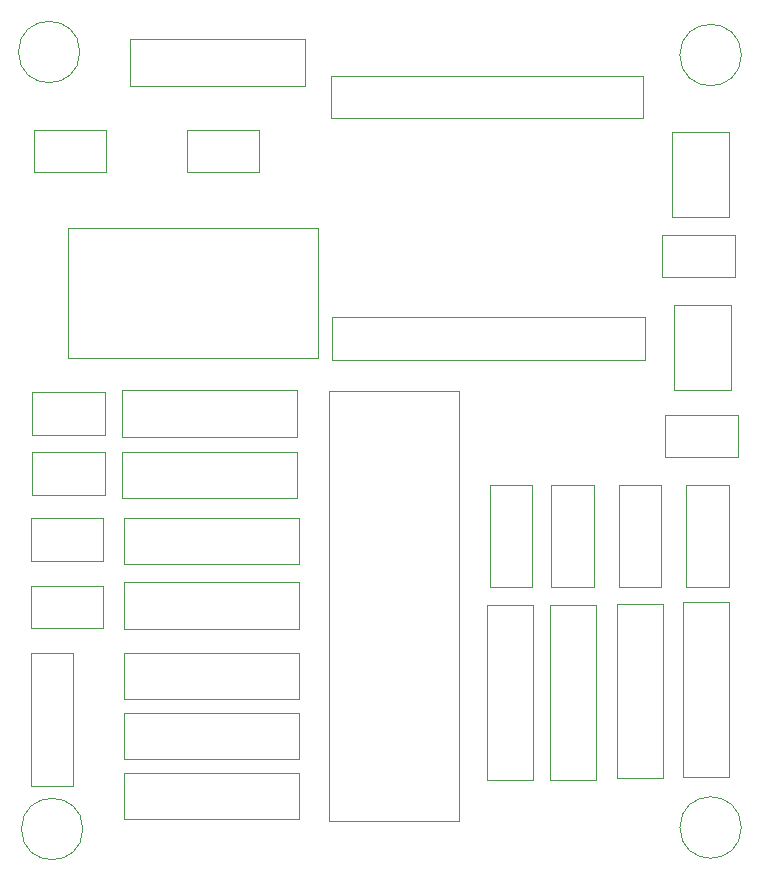
<source format=gbr>
G04 #@! TF.FileFunction,Other,User*
%FSLAX46Y46*%
G04 Gerber Fmt 4.6, Leading zero omitted, Abs format (unit mm)*
G04 Created by KiCad (PCBNEW 4.0.6) date Fri Jul 14 14:02:12 2017*
%MOMM*%
%LPD*%
G01*
G04 APERTURE LIST*
%ADD10C,0.100000*%
%ADD11C,0.050000*%
G04 APERTURE END LIST*
D10*
D11*
X19110000Y-82042000D02*
G75*
G03X19110000Y-82042000I-2600000J0D01*
G01*
X74863000Y-16510000D02*
G75*
G03X74863000Y-16510000I-2600000J0D01*
G01*
X18856000Y-16256000D02*
G75*
G03X18856000Y-16256000I-2600000J0D01*
G01*
X14964000Y-26438000D02*
X21114000Y-26438000D01*
X21114000Y-26438000D02*
X21114000Y-22838000D01*
X21114000Y-22838000D02*
X14964000Y-22838000D01*
X14964000Y-22838000D02*
X14964000Y-26438000D01*
X14710000Y-67161000D02*
X14710000Y-78361000D01*
X14710000Y-78361000D02*
X18310000Y-78361000D01*
X18310000Y-78361000D02*
X18310000Y-67161000D01*
X18310000Y-67161000D02*
X14710000Y-67161000D01*
X40110000Y-21866000D02*
X66560000Y-21866000D01*
X66560000Y-21866000D02*
X66560000Y-18266000D01*
X66560000Y-18266000D02*
X40110000Y-18266000D01*
X40110000Y-18266000D02*
X40110000Y-21866000D01*
X40237000Y-42313000D02*
X66687000Y-42313000D01*
X66687000Y-42313000D02*
X66687000Y-38713000D01*
X66687000Y-38713000D02*
X40237000Y-38713000D01*
X40237000Y-38713000D02*
X40237000Y-42313000D01*
X34058000Y-22838000D02*
X27908000Y-22838000D01*
X27908000Y-22838000D02*
X27908000Y-26438000D01*
X27908000Y-26438000D02*
X34058000Y-26438000D01*
X34058000Y-26438000D02*
X34058000Y-22838000D01*
X74317000Y-31728000D02*
X68167000Y-31728000D01*
X68167000Y-31728000D02*
X68167000Y-35328000D01*
X68167000Y-35328000D02*
X74317000Y-35328000D01*
X74317000Y-35328000D02*
X74317000Y-31728000D01*
X74571000Y-46968000D02*
X68421000Y-46968000D01*
X68421000Y-46968000D02*
X68421000Y-50568000D01*
X68421000Y-50568000D02*
X74571000Y-50568000D01*
X74571000Y-50568000D02*
X74571000Y-46968000D01*
X57195000Y-63085000D02*
X53295000Y-63085000D01*
X53295000Y-63085000D02*
X53295000Y-77885000D01*
X53295000Y-77885000D02*
X57195000Y-77885000D01*
X57195000Y-77885000D02*
X57195000Y-63085000D01*
X62529000Y-63085000D02*
X58629000Y-63085000D01*
X58629000Y-63085000D02*
X58629000Y-77885000D01*
X58629000Y-77885000D02*
X62529000Y-77885000D01*
X62529000Y-77885000D02*
X62529000Y-63085000D01*
X68244000Y-62958000D02*
X64344000Y-62958000D01*
X64344000Y-62958000D02*
X64344000Y-77758000D01*
X64344000Y-77758000D02*
X68244000Y-77758000D01*
X68244000Y-77758000D02*
X68244000Y-62958000D01*
X73832000Y-62831000D02*
X69932000Y-62831000D01*
X69932000Y-62831000D02*
X69932000Y-77631000D01*
X69932000Y-77631000D02*
X73832000Y-77631000D01*
X73832000Y-77631000D02*
X73832000Y-62831000D01*
X23080000Y-15195000D02*
X23080000Y-19095000D01*
X23080000Y-19095000D02*
X37880000Y-19095000D01*
X37880000Y-19095000D02*
X37880000Y-15195000D01*
X37880000Y-15195000D02*
X23080000Y-15195000D01*
X22572000Y-72218000D02*
X22572000Y-76118000D01*
X22572000Y-76118000D02*
X37372000Y-76118000D01*
X37372000Y-76118000D02*
X37372000Y-72218000D01*
X37372000Y-72218000D02*
X22572000Y-72218000D01*
X22572000Y-77298000D02*
X22572000Y-81198000D01*
X22572000Y-81198000D02*
X37372000Y-81198000D01*
X37372000Y-81198000D02*
X37372000Y-77298000D01*
X37372000Y-77298000D02*
X22572000Y-77298000D01*
X22572000Y-67138000D02*
X22572000Y-71038000D01*
X22572000Y-71038000D02*
X37372000Y-71038000D01*
X37372000Y-71038000D02*
X37372000Y-67138000D01*
X37372000Y-67138000D02*
X22572000Y-67138000D01*
X69004000Y-23030000D02*
X69004000Y-30230000D01*
X69004000Y-30230000D02*
X73854000Y-30230000D01*
X73854000Y-30230000D02*
X73854000Y-23030000D01*
X73854000Y-23030000D02*
X69004000Y-23030000D01*
X69131000Y-37635000D02*
X69131000Y-44835000D01*
X69131000Y-44835000D02*
X73981000Y-44835000D01*
X73981000Y-44835000D02*
X73981000Y-37635000D01*
X73981000Y-37635000D02*
X69131000Y-37635000D01*
X53572000Y-52937000D02*
X53572000Y-61587000D01*
X53572000Y-61587000D02*
X57172000Y-61587000D01*
X57172000Y-61587000D02*
X57172000Y-52937000D01*
X57172000Y-52937000D02*
X53572000Y-52937000D01*
X58779000Y-52937000D02*
X58779000Y-61587000D01*
X58779000Y-61587000D02*
X62379000Y-61587000D01*
X62379000Y-61587000D02*
X62379000Y-52937000D01*
X62379000Y-52937000D02*
X58779000Y-52937000D01*
X64494000Y-52937000D02*
X64494000Y-61587000D01*
X64494000Y-61587000D02*
X68094000Y-61587000D01*
X68094000Y-61587000D02*
X68094000Y-52937000D01*
X68094000Y-52937000D02*
X64494000Y-52937000D01*
X70209000Y-52937000D02*
X70209000Y-61587000D01*
X70209000Y-61587000D02*
X73809000Y-61587000D01*
X73809000Y-61587000D02*
X73809000Y-52937000D01*
X73809000Y-52937000D02*
X70209000Y-52937000D01*
X20977000Y-50143000D02*
X14827000Y-50143000D01*
X14827000Y-50143000D02*
X14827000Y-53743000D01*
X14827000Y-53743000D02*
X20977000Y-53743000D01*
X20977000Y-53743000D02*
X20977000Y-50143000D01*
X20850000Y-55731000D02*
X14700000Y-55731000D01*
X14700000Y-55731000D02*
X14700000Y-59331000D01*
X14700000Y-59331000D02*
X20850000Y-59331000D01*
X20850000Y-59331000D02*
X20850000Y-55731000D01*
X20850000Y-61446000D02*
X14700000Y-61446000D01*
X14700000Y-61446000D02*
X14700000Y-65046000D01*
X14700000Y-65046000D02*
X20850000Y-65046000D01*
X20850000Y-65046000D02*
X20850000Y-61446000D01*
X20977000Y-45063000D02*
X14827000Y-45063000D01*
X14827000Y-45063000D02*
X14827000Y-48663000D01*
X14827000Y-48663000D02*
X20977000Y-48663000D01*
X20977000Y-48663000D02*
X20977000Y-45063000D01*
X39038000Y-31193000D02*
X17838000Y-31193000D01*
X17838000Y-31193000D02*
X17838000Y-42193000D01*
X17838000Y-42193000D02*
X39038000Y-42193000D01*
X39038000Y-42193000D02*
X39038000Y-31193000D01*
X50976000Y-81329000D02*
X50976000Y-44929000D01*
X50976000Y-44929000D02*
X39976000Y-44929000D01*
X39976000Y-44929000D02*
X39976000Y-81329000D01*
X39976000Y-81329000D02*
X50976000Y-81329000D01*
X22445000Y-50120000D02*
X22445000Y-54020000D01*
X22445000Y-54020000D02*
X37245000Y-54020000D01*
X37245000Y-54020000D02*
X37245000Y-50120000D01*
X37245000Y-50120000D02*
X22445000Y-50120000D01*
X22572000Y-55708000D02*
X22572000Y-59608000D01*
X22572000Y-59608000D02*
X37372000Y-59608000D01*
X37372000Y-59608000D02*
X37372000Y-55708000D01*
X37372000Y-55708000D02*
X22572000Y-55708000D01*
X22572000Y-61169000D02*
X22572000Y-65069000D01*
X22572000Y-65069000D02*
X37372000Y-65069000D01*
X37372000Y-65069000D02*
X37372000Y-61169000D01*
X37372000Y-61169000D02*
X22572000Y-61169000D01*
X22445000Y-44913000D02*
X22445000Y-48813000D01*
X22445000Y-48813000D02*
X37245000Y-48813000D01*
X37245000Y-48813000D02*
X37245000Y-44913000D01*
X37245000Y-44913000D02*
X22445000Y-44913000D01*
X74863000Y-81915000D02*
G75*
G03X74863000Y-81915000I-2600000J0D01*
G01*
M02*

</source>
